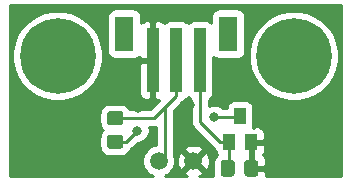
<source format=gbr>
%TF.GenerationSoftware,KiCad,Pcbnew,(5.1.8-0-10_14)*%
%TF.CreationDate,2021-03-11T12:17:28+11:00*%
%TF.ProjectId,Open-JIP(KiCad)_T3.6_OD,4f70656e-2d4a-4495-9028-4b6943616429,rev?*%
%TF.SameCoordinates,Original*%
%TF.FileFunction,Copper,L1,Top*%
%TF.FilePolarity,Positive*%
%FSLAX46Y46*%
G04 Gerber Fmt 4.6, Leading zero omitted, Abs format (unit mm)*
G04 Created by KiCad (PCBNEW (5.1.8-0-10_14)) date 2021-03-11 12:17:28*
%MOMM*%
%LPD*%
G01*
G04 APERTURE LIST*
%TA.AperFunction,ComponentPad*%
%ADD10C,6.400000*%
%TD*%
%TA.AperFunction,ComponentPad*%
%ADD11C,0.800000*%
%TD*%
%TA.AperFunction,SMDPad,CuDef*%
%ADD12R,1.600000X3.000000*%
%TD*%
%TA.AperFunction,SMDPad,CuDef*%
%ADD13R,1.000000X5.500000*%
%TD*%
%TA.AperFunction,SMDPad,CuDef*%
%ADD14C,1.500000*%
%TD*%
%TA.AperFunction,SMDPad,CuDef*%
%ADD15R,1.000000X1.400000*%
%TD*%
%TA.AperFunction,ViaPad*%
%ADD16C,0.800000*%
%TD*%
%TA.AperFunction,Conductor*%
%ADD17C,0.250000*%
%TD*%
%TA.AperFunction,Conductor*%
%ADD18C,0.254000*%
%TD*%
%TA.AperFunction,Conductor*%
%ADD19C,0.100000*%
%TD*%
G04 APERTURE END LIST*
D10*
%TO.P,REF\u002A\u002A,1*%
%TO.N,N/C*%
X65000000Y-119000000D03*
D11*
X67400000Y-119000000D03*
X66697056Y-120697056D03*
X65000000Y-121400000D03*
X63302944Y-120697056D03*
X62600000Y-119000000D03*
X63302944Y-117302944D03*
X65000000Y-116600000D03*
X66697056Y-117302944D03*
%TD*%
%TO.P,REF\u002A\u002A,1*%
%TO.N,N/C*%
X86697056Y-117302944D03*
X85000000Y-116600000D03*
X83302944Y-117302944D03*
X82600000Y-119000000D03*
X83302944Y-120697056D03*
X85000000Y-121400000D03*
X86697056Y-120697056D03*
X87400000Y-119000000D03*
D10*
X85000000Y-119000000D03*
%TD*%
D12*
%TO.P,J1,5*%
%TO.N,N/C*%
X70650000Y-117125000D03*
%TO.P,J1,4*%
X79450000Y-117125000D03*
D13*
%TO.P,J1,3*%
%TO.N,ODEmitter1*%
X77050000Y-119375000D03*
%TO.P,J1,2*%
%TO.N,+5VA*%
X75050000Y-119375000D03*
%TO.P,J1,1*%
%TO.N,GND1*%
X73050000Y-119375000D03*
%TD*%
D14*
%TO.P,5V,1*%
%TO.N,+5VA*%
X73550000Y-127900000D03*
%TD*%
%TO.P,GND,1*%
%TO.N,GND1*%
X76500000Y-127900000D03*
%TD*%
%TO.P,R4,2*%
%TO.N,+5VA*%
%TA.AperFunction,SMDPad,CuDef*%
G36*
G01*
X70325001Y-124875000D02*
X69424999Y-124875000D01*
G75*
G02*
X69175000Y-124625001I0J249999D01*
G01*
X69175000Y-123924999D01*
G75*
G02*
X69424999Y-123675000I249999J0D01*
G01*
X70325001Y-123675000D01*
G75*
G02*
X70575000Y-123924999I0J-249999D01*
G01*
X70575000Y-124625001D01*
G75*
G02*
X70325001Y-124875000I-249999J0D01*
G01*
G37*
%TD.AperFunction*%
%TO.P,R4,1*%
%TO.N,Net-(D1-Pad2)*%
%TA.AperFunction,SMDPad,CuDef*%
G36*
G01*
X70325001Y-126875000D02*
X69424999Y-126875000D01*
G75*
G02*
X69175000Y-126625001I0J249999D01*
G01*
X69175000Y-125924999D01*
G75*
G02*
X69424999Y-125675000I249999J0D01*
G01*
X70325001Y-125675000D01*
G75*
G02*
X70575000Y-125924999I0J-249999D01*
G01*
X70575000Y-126625001D01*
G75*
G02*
X70325001Y-126875000I-249999J0D01*
G01*
G37*
%TD.AperFunction*%
%TD*%
%TO.P,R1,2*%
%TO.N,ODEmitter1*%
%TA.AperFunction,SMDPad,CuDef*%
G36*
G01*
X80000000Y-128074999D02*
X80000000Y-128975001D01*
G75*
G02*
X79750001Y-129225000I-249999J0D01*
G01*
X79049999Y-129225000D01*
G75*
G02*
X78800000Y-128975001I0J249999D01*
G01*
X78800000Y-128074999D01*
G75*
G02*
X79049999Y-127825000I249999J0D01*
G01*
X79750001Y-127825000D01*
G75*
G02*
X80000000Y-128074999I0J-249999D01*
G01*
G37*
%TD.AperFunction*%
%TO.P,R1,1*%
%TO.N,GND1*%
%TA.AperFunction,SMDPad,CuDef*%
G36*
G01*
X82000000Y-128074999D02*
X82000000Y-128975001D01*
G75*
G02*
X81750001Y-129225000I-249999J0D01*
G01*
X81049999Y-129225000D01*
G75*
G02*
X80800000Y-128975001I0J249999D01*
G01*
X80800000Y-128074999D01*
G75*
G02*
X81049999Y-127825000I249999J0D01*
G01*
X81750001Y-127825000D01*
G75*
G02*
X82000000Y-128074999I0J-249999D01*
G01*
G37*
%TD.AperFunction*%
%TD*%
D15*
%TO.P,Q1,1*%
%TO.N,ODEmitter1*%
X79500000Y-126300000D03*
%TO.P,Q1,2*%
%TO.N,GND1*%
X81400000Y-126300000D03*
%TO.P,Q1,3*%
%TO.N,Net-(D1-Pad1)*%
X80450000Y-124100000D03*
%TD*%
D16*
%TO.N,GND1*%
X71800000Y-123400000D03*
X76200000Y-123200000D03*
%TO.N,Net-(D1-Pad2)*%
X71750000Y-125325000D03*
%TO.N,Net-(D1-Pad1)*%
X78225000Y-124175000D03*
%TD*%
D17*
%TO.N,+5VA*%
X73150000Y-124275000D02*
X69875000Y-124275000D01*
X75050000Y-119375000D02*
X75050000Y-122375000D01*
X74100000Y-127350000D02*
X73550000Y-127900000D01*
X75050000Y-122375000D02*
X74100000Y-123325000D01*
X74100000Y-123325000D02*
X74100000Y-127350000D01*
X74100000Y-123325000D02*
X73150000Y-124275000D01*
%TO.N,Net-(D1-Pad2)*%
X69875000Y-126275000D02*
X70800000Y-126275000D01*
X70800000Y-126275000D02*
X71750000Y-125325000D01*
%TO.N,Net-(D1-Pad1)*%
X80375000Y-124175000D02*
X80450000Y-124100000D01*
X78225000Y-124175000D02*
X80375000Y-124175000D01*
%TO.N,ODEmitter1*%
X79500000Y-128425000D02*
X79400000Y-128525000D01*
X79500000Y-126300000D02*
X79500000Y-128425000D01*
X77050000Y-124600000D02*
X77050000Y-119375000D01*
X78750000Y-126300000D02*
X77050000Y-124600000D01*
X79500000Y-126300000D02*
X78750000Y-126300000D01*
%TD*%
D18*
%TO.N,GND1*%
X88990001Y-129190000D02*
X82637812Y-129190000D01*
X82635000Y-128810750D01*
X82476250Y-128652000D01*
X81527000Y-128652000D01*
X81527000Y-128672000D01*
X81273000Y-128672000D01*
X81273000Y-128652000D01*
X81253000Y-128652000D01*
X81253000Y-128398000D01*
X81273000Y-128398000D01*
X81273000Y-126427000D01*
X81527000Y-126427000D01*
X81527000Y-128398000D01*
X82476250Y-128398000D01*
X82635000Y-128239250D01*
X82638072Y-127825000D01*
X82625812Y-127700518D01*
X82589502Y-127580820D01*
X82530537Y-127470506D01*
X82451185Y-127373815D01*
X82429372Y-127355914D01*
X82430537Y-127354494D01*
X82489502Y-127244180D01*
X82525812Y-127124482D01*
X82538072Y-127000000D01*
X82535000Y-126585750D01*
X82376250Y-126427000D01*
X81527000Y-126427000D01*
X81273000Y-126427000D01*
X81253000Y-126427000D01*
X81253000Y-126173000D01*
X81273000Y-126173000D01*
X81273000Y-126153000D01*
X81527000Y-126153000D01*
X81527000Y-126173000D01*
X82376250Y-126173000D01*
X82535000Y-126014250D01*
X82538072Y-125600000D01*
X82525812Y-125475518D01*
X82489502Y-125355820D01*
X82430537Y-125245506D01*
X82351185Y-125148815D01*
X82254494Y-125069463D01*
X82144180Y-125010498D01*
X82024482Y-124974188D01*
X81900000Y-124961928D01*
X81685750Y-124965000D01*
X81527002Y-125123748D01*
X81527002Y-125067565D01*
X81539502Y-125044180D01*
X81575812Y-124924482D01*
X81588072Y-124800000D01*
X81588072Y-123400000D01*
X81575812Y-123275518D01*
X81539502Y-123155820D01*
X81480537Y-123045506D01*
X81401185Y-122948815D01*
X81304494Y-122869463D01*
X81194180Y-122810498D01*
X81074482Y-122774188D01*
X80950000Y-122761928D01*
X79950000Y-122761928D01*
X79825518Y-122774188D01*
X79705820Y-122810498D01*
X79595506Y-122869463D01*
X79498815Y-122948815D01*
X79419463Y-123045506D01*
X79360498Y-123155820D01*
X79324188Y-123275518D01*
X79311928Y-123400000D01*
X79311928Y-123415000D01*
X78928711Y-123415000D01*
X78884774Y-123371063D01*
X78715256Y-123257795D01*
X78526898Y-123179774D01*
X78326939Y-123140000D01*
X78123061Y-123140000D01*
X77923102Y-123179774D01*
X77810000Y-123226623D01*
X77810000Y-122706046D01*
X77904494Y-122655537D01*
X78001185Y-122576185D01*
X78080537Y-122479494D01*
X78139502Y-122369180D01*
X78175812Y-122249482D01*
X78188072Y-122125000D01*
X78188072Y-119063095D01*
X78198815Y-119076185D01*
X78295506Y-119155537D01*
X78405820Y-119214502D01*
X78525518Y-119250812D01*
X78650000Y-119263072D01*
X80250000Y-119263072D01*
X80374482Y-119250812D01*
X80494180Y-119214502D01*
X80604494Y-119155537D01*
X80701185Y-119076185D01*
X80780537Y-118979494D01*
X80839502Y-118869180D01*
X80875812Y-118749482D01*
X80888072Y-118625000D01*
X80888072Y-118622285D01*
X81165000Y-118622285D01*
X81165000Y-119377715D01*
X81312377Y-120118628D01*
X81601467Y-120816554D01*
X82021161Y-121444670D01*
X82555330Y-121978839D01*
X83183446Y-122398533D01*
X83881372Y-122687623D01*
X84622285Y-122835000D01*
X85377715Y-122835000D01*
X86118628Y-122687623D01*
X86816554Y-122398533D01*
X87444670Y-121978839D01*
X87978839Y-121444670D01*
X88398533Y-120816554D01*
X88687623Y-120118628D01*
X88835000Y-119377715D01*
X88835000Y-118622285D01*
X88687623Y-117881372D01*
X88398533Y-117183446D01*
X87978839Y-116555330D01*
X87444670Y-116021161D01*
X86816554Y-115601467D01*
X86118628Y-115312377D01*
X85377715Y-115165000D01*
X84622285Y-115165000D01*
X83881372Y-115312377D01*
X83183446Y-115601467D01*
X82555330Y-116021161D01*
X82021161Y-116555330D01*
X81601467Y-117183446D01*
X81312377Y-117881372D01*
X81165000Y-118622285D01*
X80888072Y-118622285D01*
X80888072Y-115625000D01*
X80875812Y-115500518D01*
X80839502Y-115380820D01*
X80780537Y-115270506D01*
X80701185Y-115173815D01*
X80604494Y-115094463D01*
X80494180Y-115035498D01*
X80374482Y-114999188D01*
X80250000Y-114986928D01*
X78650000Y-114986928D01*
X78525518Y-114999188D01*
X78405820Y-115035498D01*
X78295506Y-115094463D01*
X78198815Y-115173815D01*
X78119463Y-115270506D01*
X78060498Y-115380820D01*
X78024188Y-115500518D01*
X78011928Y-115625000D01*
X78011928Y-116186905D01*
X78001185Y-116173815D01*
X77904494Y-116094463D01*
X77794180Y-116035498D01*
X77674482Y-115999188D01*
X77550000Y-115986928D01*
X76550000Y-115986928D01*
X76425518Y-115999188D01*
X76305820Y-116035498D01*
X76195506Y-116094463D01*
X76098815Y-116173815D01*
X76050000Y-116233296D01*
X76001185Y-116173815D01*
X75904494Y-116094463D01*
X75794180Y-116035498D01*
X75674482Y-115999188D01*
X75550000Y-115986928D01*
X74550000Y-115986928D01*
X74425518Y-115999188D01*
X74305820Y-116035498D01*
X74195506Y-116094463D01*
X74098815Y-116173815D01*
X74050000Y-116233296D01*
X74001185Y-116173815D01*
X73904494Y-116094463D01*
X73794180Y-116035498D01*
X73674482Y-115999188D01*
X73550000Y-115986928D01*
X73335750Y-115990000D01*
X73177000Y-116148750D01*
X73177000Y-119248000D01*
X73197000Y-119248000D01*
X73197000Y-119502000D01*
X73177000Y-119502000D01*
X73177000Y-122601250D01*
X73335750Y-122760000D01*
X73550000Y-122763072D01*
X73591183Y-122759016D01*
X73589002Y-122761196D01*
X73559999Y-122784999D01*
X73536202Y-122813996D01*
X72835199Y-123515000D01*
X71107976Y-123515000D01*
X71063405Y-123431613D01*
X70952962Y-123297038D01*
X70818387Y-123186595D01*
X70664851Y-123104528D01*
X70498255Y-123053992D01*
X70325001Y-123036928D01*
X69424999Y-123036928D01*
X69251745Y-123053992D01*
X69085149Y-123104528D01*
X68931613Y-123186595D01*
X68797038Y-123297038D01*
X68686595Y-123431613D01*
X68604528Y-123585149D01*
X68553992Y-123751745D01*
X68536928Y-123924999D01*
X68536928Y-124625001D01*
X68553992Y-124798255D01*
X68604528Y-124964851D01*
X68686595Y-125118387D01*
X68797038Y-125252962D01*
X68823891Y-125275000D01*
X68797038Y-125297038D01*
X68686595Y-125431613D01*
X68604528Y-125585149D01*
X68553992Y-125751745D01*
X68536928Y-125924999D01*
X68536928Y-126625001D01*
X68553992Y-126798255D01*
X68604528Y-126964851D01*
X68686595Y-127118387D01*
X68797038Y-127252962D01*
X68931613Y-127363405D01*
X69085149Y-127445472D01*
X69251745Y-127496008D01*
X69424999Y-127513072D01*
X70325001Y-127513072D01*
X70498255Y-127496008D01*
X70664851Y-127445472D01*
X70818387Y-127363405D01*
X70952962Y-127252962D01*
X71063405Y-127118387D01*
X71145472Y-126964851D01*
X71150090Y-126949628D01*
X71224276Y-126909974D01*
X71340001Y-126815001D01*
X71363804Y-126785998D01*
X71789801Y-126360000D01*
X71851939Y-126360000D01*
X72051898Y-126320226D01*
X72240256Y-126242205D01*
X72409774Y-126128937D01*
X72553937Y-125984774D01*
X72667205Y-125815256D01*
X72745226Y-125626898D01*
X72785000Y-125426939D01*
X72785000Y-125223061D01*
X72747593Y-125035000D01*
X73112678Y-125035000D01*
X73150000Y-125038676D01*
X73187322Y-125035000D01*
X73187333Y-125035000D01*
X73298986Y-125024003D01*
X73340000Y-125011562D01*
X73340001Y-126529638D01*
X73146011Y-126568225D01*
X72893957Y-126672629D01*
X72667114Y-126824201D01*
X72474201Y-127017114D01*
X72322629Y-127243957D01*
X72218225Y-127496011D01*
X72165000Y-127763589D01*
X72165000Y-128036411D01*
X72218225Y-128303989D01*
X72322629Y-128556043D01*
X72474201Y-128782886D01*
X72667114Y-128975799D01*
X72893957Y-129127371D01*
X73045157Y-129190000D01*
X60960000Y-129190000D01*
X60960000Y-118622285D01*
X61165000Y-118622285D01*
X61165000Y-119377715D01*
X61312377Y-120118628D01*
X61601467Y-120816554D01*
X62021161Y-121444670D01*
X62555330Y-121978839D01*
X63183446Y-122398533D01*
X63881372Y-122687623D01*
X64622285Y-122835000D01*
X65377715Y-122835000D01*
X66118628Y-122687623D01*
X66816554Y-122398533D01*
X67225924Y-122125000D01*
X71911928Y-122125000D01*
X71924188Y-122249482D01*
X71960498Y-122369180D01*
X72019463Y-122479494D01*
X72098815Y-122576185D01*
X72195506Y-122655537D01*
X72305820Y-122714502D01*
X72425518Y-122750812D01*
X72550000Y-122763072D01*
X72764250Y-122760000D01*
X72923000Y-122601250D01*
X72923000Y-119502000D01*
X72073750Y-119502000D01*
X71915000Y-119660750D01*
X71911928Y-122125000D01*
X67225924Y-122125000D01*
X67444670Y-121978839D01*
X67978839Y-121444670D01*
X68398533Y-120816554D01*
X68687623Y-120118628D01*
X68835000Y-119377715D01*
X68835000Y-118622285D01*
X68687623Y-117881372D01*
X68398533Y-117183446D01*
X67978839Y-116555330D01*
X67444670Y-116021161D01*
X66851774Y-115625000D01*
X69211928Y-115625000D01*
X69211928Y-118625000D01*
X69224188Y-118749482D01*
X69260498Y-118869180D01*
X69319463Y-118979494D01*
X69398815Y-119076185D01*
X69495506Y-119155537D01*
X69605820Y-119214502D01*
X69725518Y-119250812D01*
X69850000Y-119263072D01*
X71450000Y-119263072D01*
X71574482Y-119250812D01*
X71694180Y-119214502D01*
X71804494Y-119155537D01*
X71901185Y-119076185D01*
X71914963Y-119059397D01*
X71915000Y-119089250D01*
X72073750Y-119248000D01*
X72923000Y-119248000D01*
X72923000Y-116148750D01*
X72764250Y-115990000D01*
X72550000Y-115986928D01*
X72425518Y-115999188D01*
X72305820Y-116035498D01*
X72195506Y-116094463D01*
X72098815Y-116173815D01*
X72088072Y-116186905D01*
X72088072Y-115625000D01*
X72075812Y-115500518D01*
X72039502Y-115380820D01*
X71980537Y-115270506D01*
X71901185Y-115173815D01*
X71804494Y-115094463D01*
X71694180Y-115035498D01*
X71574482Y-114999188D01*
X71450000Y-114986928D01*
X69850000Y-114986928D01*
X69725518Y-114999188D01*
X69605820Y-115035498D01*
X69495506Y-115094463D01*
X69398815Y-115173815D01*
X69319463Y-115270506D01*
X69260498Y-115380820D01*
X69224188Y-115500518D01*
X69211928Y-115625000D01*
X66851774Y-115625000D01*
X66816554Y-115601467D01*
X66118628Y-115312377D01*
X65377715Y-115165000D01*
X64622285Y-115165000D01*
X63881372Y-115312377D01*
X63183446Y-115601467D01*
X62555330Y-116021161D01*
X62021161Y-116555330D01*
X61601467Y-117183446D01*
X61312377Y-117881372D01*
X61165000Y-118622285D01*
X60960000Y-118622285D01*
X60960000Y-114735000D01*
X88990000Y-114735000D01*
X88990001Y-129190000D01*
%TA.AperFunction,Conductor*%
D19*
G36*
X88990001Y-129190000D02*
G01*
X82637812Y-129190000D01*
X82635000Y-128810750D01*
X82476250Y-128652000D01*
X81527000Y-128652000D01*
X81527000Y-128672000D01*
X81273000Y-128672000D01*
X81273000Y-128652000D01*
X81253000Y-128652000D01*
X81253000Y-128398000D01*
X81273000Y-128398000D01*
X81273000Y-126427000D01*
X81527000Y-126427000D01*
X81527000Y-128398000D01*
X82476250Y-128398000D01*
X82635000Y-128239250D01*
X82638072Y-127825000D01*
X82625812Y-127700518D01*
X82589502Y-127580820D01*
X82530537Y-127470506D01*
X82451185Y-127373815D01*
X82429372Y-127355914D01*
X82430537Y-127354494D01*
X82489502Y-127244180D01*
X82525812Y-127124482D01*
X82538072Y-127000000D01*
X82535000Y-126585750D01*
X82376250Y-126427000D01*
X81527000Y-126427000D01*
X81273000Y-126427000D01*
X81253000Y-126427000D01*
X81253000Y-126173000D01*
X81273000Y-126173000D01*
X81273000Y-126153000D01*
X81527000Y-126153000D01*
X81527000Y-126173000D01*
X82376250Y-126173000D01*
X82535000Y-126014250D01*
X82538072Y-125600000D01*
X82525812Y-125475518D01*
X82489502Y-125355820D01*
X82430537Y-125245506D01*
X82351185Y-125148815D01*
X82254494Y-125069463D01*
X82144180Y-125010498D01*
X82024482Y-124974188D01*
X81900000Y-124961928D01*
X81685750Y-124965000D01*
X81527002Y-125123748D01*
X81527002Y-125067565D01*
X81539502Y-125044180D01*
X81575812Y-124924482D01*
X81588072Y-124800000D01*
X81588072Y-123400000D01*
X81575812Y-123275518D01*
X81539502Y-123155820D01*
X81480537Y-123045506D01*
X81401185Y-122948815D01*
X81304494Y-122869463D01*
X81194180Y-122810498D01*
X81074482Y-122774188D01*
X80950000Y-122761928D01*
X79950000Y-122761928D01*
X79825518Y-122774188D01*
X79705820Y-122810498D01*
X79595506Y-122869463D01*
X79498815Y-122948815D01*
X79419463Y-123045506D01*
X79360498Y-123155820D01*
X79324188Y-123275518D01*
X79311928Y-123400000D01*
X79311928Y-123415000D01*
X78928711Y-123415000D01*
X78884774Y-123371063D01*
X78715256Y-123257795D01*
X78526898Y-123179774D01*
X78326939Y-123140000D01*
X78123061Y-123140000D01*
X77923102Y-123179774D01*
X77810000Y-123226623D01*
X77810000Y-122706046D01*
X77904494Y-122655537D01*
X78001185Y-122576185D01*
X78080537Y-122479494D01*
X78139502Y-122369180D01*
X78175812Y-122249482D01*
X78188072Y-122125000D01*
X78188072Y-119063095D01*
X78198815Y-119076185D01*
X78295506Y-119155537D01*
X78405820Y-119214502D01*
X78525518Y-119250812D01*
X78650000Y-119263072D01*
X80250000Y-119263072D01*
X80374482Y-119250812D01*
X80494180Y-119214502D01*
X80604494Y-119155537D01*
X80701185Y-119076185D01*
X80780537Y-118979494D01*
X80839502Y-118869180D01*
X80875812Y-118749482D01*
X80888072Y-118625000D01*
X80888072Y-118622285D01*
X81165000Y-118622285D01*
X81165000Y-119377715D01*
X81312377Y-120118628D01*
X81601467Y-120816554D01*
X82021161Y-121444670D01*
X82555330Y-121978839D01*
X83183446Y-122398533D01*
X83881372Y-122687623D01*
X84622285Y-122835000D01*
X85377715Y-122835000D01*
X86118628Y-122687623D01*
X86816554Y-122398533D01*
X87444670Y-121978839D01*
X87978839Y-121444670D01*
X88398533Y-120816554D01*
X88687623Y-120118628D01*
X88835000Y-119377715D01*
X88835000Y-118622285D01*
X88687623Y-117881372D01*
X88398533Y-117183446D01*
X87978839Y-116555330D01*
X87444670Y-116021161D01*
X86816554Y-115601467D01*
X86118628Y-115312377D01*
X85377715Y-115165000D01*
X84622285Y-115165000D01*
X83881372Y-115312377D01*
X83183446Y-115601467D01*
X82555330Y-116021161D01*
X82021161Y-116555330D01*
X81601467Y-117183446D01*
X81312377Y-117881372D01*
X81165000Y-118622285D01*
X80888072Y-118622285D01*
X80888072Y-115625000D01*
X80875812Y-115500518D01*
X80839502Y-115380820D01*
X80780537Y-115270506D01*
X80701185Y-115173815D01*
X80604494Y-115094463D01*
X80494180Y-115035498D01*
X80374482Y-114999188D01*
X80250000Y-114986928D01*
X78650000Y-114986928D01*
X78525518Y-114999188D01*
X78405820Y-115035498D01*
X78295506Y-115094463D01*
X78198815Y-115173815D01*
X78119463Y-115270506D01*
X78060498Y-115380820D01*
X78024188Y-115500518D01*
X78011928Y-115625000D01*
X78011928Y-116186905D01*
X78001185Y-116173815D01*
X77904494Y-116094463D01*
X77794180Y-116035498D01*
X77674482Y-115999188D01*
X77550000Y-115986928D01*
X76550000Y-115986928D01*
X76425518Y-115999188D01*
X76305820Y-116035498D01*
X76195506Y-116094463D01*
X76098815Y-116173815D01*
X76050000Y-116233296D01*
X76001185Y-116173815D01*
X75904494Y-116094463D01*
X75794180Y-116035498D01*
X75674482Y-115999188D01*
X75550000Y-115986928D01*
X74550000Y-115986928D01*
X74425518Y-115999188D01*
X74305820Y-116035498D01*
X74195506Y-116094463D01*
X74098815Y-116173815D01*
X74050000Y-116233296D01*
X74001185Y-116173815D01*
X73904494Y-116094463D01*
X73794180Y-116035498D01*
X73674482Y-115999188D01*
X73550000Y-115986928D01*
X73335750Y-115990000D01*
X73177000Y-116148750D01*
X73177000Y-119248000D01*
X73197000Y-119248000D01*
X73197000Y-119502000D01*
X73177000Y-119502000D01*
X73177000Y-122601250D01*
X73335750Y-122760000D01*
X73550000Y-122763072D01*
X73591183Y-122759016D01*
X73589002Y-122761196D01*
X73559999Y-122784999D01*
X73536202Y-122813996D01*
X72835199Y-123515000D01*
X71107976Y-123515000D01*
X71063405Y-123431613D01*
X70952962Y-123297038D01*
X70818387Y-123186595D01*
X70664851Y-123104528D01*
X70498255Y-123053992D01*
X70325001Y-123036928D01*
X69424999Y-123036928D01*
X69251745Y-123053992D01*
X69085149Y-123104528D01*
X68931613Y-123186595D01*
X68797038Y-123297038D01*
X68686595Y-123431613D01*
X68604528Y-123585149D01*
X68553992Y-123751745D01*
X68536928Y-123924999D01*
X68536928Y-124625001D01*
X68553992Y-124798255D01*
X68604528Y-124964851D01*
X68686595Y-125118387D01*
X68797038Y-125252962D01*
X68823891Y-125275000D01*
X68797038Y-125297038D01*
X68686595Y-125431613D01*
X68604528Y-125585149D01*
X68553992Y-125751745D01*
X68536928Y-125924999D01*
X68536928Y-126625001D01*
X68553992Y-126798255D01*
X68604528Y-126964851D01*
X68686595Y-127118387D01*
X68797038Y-127252962D01*
X68931613Y-127363405D01*
X69085149Y-127445472D01*
X69251745Y-127496008D01*
X69424999Y-127513072D01*
X70325001Y-127513072D01*
X70498255Y-127496008D01*
X70664851Y-127445472D01*
X70818387Y-127363405D01*
X70952962Y-127252962D01*
X71063405Y-127118387D01*
X71145472Y-126964851D01*
X71150090Y-126949628D01*
X71224276Y-126909974D01*
X71340001Y-126815001D01*
X71363804Y-126785998D01*
X71789801Y-126360000D01*
X71851939Y-126360000D01*
X72051898Y-126320226D01*
X72240256Y-126242205D01*
X72409774Y-126128937D01*
X72553937Y-125984774D01*
X72667205Y-125815256D01*
X72745226Y-125626898D01*
X72785000Y-125426939D01*
X72785000Y-125223061D01*
X72747593Y-125035000D01*
X73112678Y-125035000D01*
X73150000Y-125038676D01*
X73187322Y-125035000D01*
X73187333Y-125035000D01*
X73298986Y-125024003D01*
X73340000Y-125011562D01*
X73340001Y-126529638D01*
X73146011Y-126568225D01*
X72893957Y-126672629D01*
X72667114Y-126824201D01*
X72474201Y-127017114D01*
X72322629Y-127243957D01*
X72218225Y-127496011D01*
X72165000Y-127763589D01*
X72165000Y-128036411D01*
X72218225Y-128303989D01*
X72322629Y-128556043D01*
X72474201Y-128782886D01*
X72667114Y-128975799D01*
X72893957Y-129127371D01*
X73045157Y-129190000D01*
X60960000Y-129190000D01*
X60960000Y-118622285D01*
X61165000Y-118622285D01*
X61165000Y-119377715D01*
X61312377Y-120118628D01*
X61601467Y-120816554D01*
X62021161Y-121444670D01*
X62555330Y-121978839D01*
X63183446Y-122398533D01*
X63881372Y-122687623D01*
X64622285Y-122835000D01*
X65377715Y-122835000D01*
X66118628Y-122687623D01*
X66816554Y-122398533D01*
X67225924Y-122125000D01*
X71911928Y-122125000D01*
X71924188Y-122249482D01*
X71960498Y-122369180D01*
X72019463Y-122479494D01*
X72098815Y-122576185D01*
X72195506Y-122655537D01*
X72305820Y-122714502D01*
X72425518Y-122750812D01*
X72550000Y-122763072D01*
X72764250Y-122760000D01*
X72923000Y-122601250D01*
X72923000Y-119502000D01*
X72073750Y-119502000D01*
X71915000Y-119660750D01*
X71911928Y-122125000D01*
X67225924Y-122125000D01*
X67444670Y-121978839D01*
X67978839Y-121444670D01*
X68398533Y-120816554D01*
X68687623Y-120118628D01*
X68835000Y-119377715D01*
X68835000Y-118622285D01*
X68687623Y-117881372D01*
X68398533Y-117183446D01*
X67978839Y-116555330D01*
X67444670Y-116021161D01*
X66851774Y-115625000D01*
X69211928Y-115625000D01*
X69211928Y-118625000D01*
X69224188Y-118749482D01*
X69260498Y-118869180D01*
X69319463Y-118979494D01*
X69398815Y-119076185D01*
X69495506Y-119155537D01*
X69605820Y-119214502D01*
X69725518Y-119250812D01*
X69850000Y-119263072D01*
X71450000Y-119263072D01*
X71574482Y-119250812D01*
X71694180Y-119214502D01*
X71804494Y-119155537D01*
X71901185Y-119076185D01*
X71914963Y-119059397D01*
X71915000Y-119089250D01*
X72073750Y-119248000D01*
X72923000Y-119248000D01*
X72923000Y-116148750D01*
X72764250Y-115990000D01*
X72550000Y-115986928D01*
X72425518Y-115999188D01*
X72305820Y-116035498D01*
X72195506Y-116094463D01*
X72098815Y-116173815D01*
X72088072Y-116186905D01*
X72088072Y-115625000D01*
X72075812Y-115500518D01*
X72039502Y-115380820D01*
X71980537Y-115270506D01*
X71901185Y-115173815D01*
X71804494Y-115094463D01*
X71694180Y-115035498D01*
X71574482Y-114999188D01*
X71450000Y-114986928D01*
X69850000Y-114986928D01*
X69725518Y-114999188D01*
X69605820Y-115035498D01*
X69495506Y-115094463D01*
X69398815Y-115173815D01*
X69319463Y-115270506D01*
X69260498Y-115380820D01*
X69224188Y-115500518D01*
X69211928Y-115625000D01*
X66851774Y-115625000D01*
X66816554Y-115601467D01*
X66118628Y-115312377D01*
X65377715Y-115165000D01*
X64622285Y-115165000D01*
X63881372Y-115312377D01*
X63183446Y-115601467D01*
X62555330Y-116021161D01*
X62021161Y-116555330D01*
X61601467Y-117183446D01*
X61312377Y-117881372D01*
X61165000Y-118622285D01*
X60960000Y-118622285D01*
X60960000Y-114735000D01*
X88990000Y-114735000D01*
X88990001Y-129190000D01*
G37*
%TD.AperFunction*%
D18*
X76098815Y-122576185D02*
X76195506Y-122655537D01*
X76290000Y-122706046D01*
X76290000Y-124562677D01*
X76286324Y-124600000D01*
X76290000Y-124637322D01*
X76290000Y-124637332D01*
X76300997Y-124748985D01*
X76340905Y-124880546D01*
X76344454Y-124892246D01*
X76415026Y-125024276D01*
X76426844Y-125038676D01*
X76509999Y-125140001D01*
X76539003Y-125163804D01*
X78186201Y-126811003D01*
X78209999Y-126840001D01*
X78238997Y-126863799D01*
X78325723Y-126934974D01*
X78340752Y-126943007D01*
X78361928Y-126954326D01*
X78361928Y-127000000D01*
X78374188Y-127124482D01*
X78410498Y-127244180D01*
X78469463Y-127354494D01*
X78495759Y-127386536D01*
X78422038Y-127447038D01*
X78311595Y-127581613D01*
X78229528Y-127735149D01*
X78178992Y-127901745D01*
X78161928Y-128074999D01*
X78161928Y-128975001D01*
X78178992Y-129148255D01*
X78191655Y-129190000D01*
X77005475Y-129190000D01*
X77098832Y-129156277D01*
X77211863Y-129095860D01*
X77277388Y-128856993D01*
X76500000Y-128079605D01*
X75722612Y-128856993D01*
X75788137Y-129095860D01*
X75988746Y-129190000D01*
X74054843Y-129190000D01*
X74206043Y-129127371D01*
X74432886Y-128975799D01*
X74625799Y-128782886D01*
X74777371Y-128556043D01*
X74881775Y-128303989D01*
X74935000Y-128036411D01*
X74935000Y-127972492D01*
X75110188Y-127972492D01*
X75151035Y-128242238D01*
X75243723Y-128498832D01*
X75304140Y-128611863D01*
X75543007Y-128677388D01*
X76320395Y-127900000D01*
X76679605Y-127900000D01*
X77456993Y-128677388D01*
X77695860Y-128611863D01*
X77811760Y-128364884D01*
X77877250Y-128100040D01*
X77889812Y-127827508D01*
X77848965Y-127557762D01*
X77756277Y-127301168D01*
X77695860Y-127188137D01*
X77456993Y-127122612D01*
X76679605Y-127900000D01*
X76320395Y-127900000D01*
X75543007Y-127122612D01*
X75304140Y-127188137D01*
X75188240Y-127435116D01*
X75122750Y-127699960D01*
X75110188Y-127972492D01*
X74935000Y-127972492D01*
X74935000Y-127763589D01*
X74881775Y-127496011D01*
X74855535Y-127432663D01*
X74860000Y-127387333D01*
X74860000Y-127387324D01*
X74863676Y-127350001D01*
X74860000Y-127312678D01*
X74860000Y-126943007D01*
X75722612Y-126943007D01*
X76500000Y-127720395D01*
X77277388Y-126943007D01*
X77211863Y-126704140D01*
X76964884Y-126588240D01*
X76700040Y-126522750D01*
X76427508Y-126510188D01*
X76157762Y-126551035D01*
X75901168Y-126643723D01*
X75788137Y-126704140D01*
X75722612Y-126943007D01*
X74860000Y-126943007D01*
X74860000Y-123639801D01*
X75561003Y-122938799D01*
X75590001Y-122915001D01*
X75627373Y-122869463D01*
X75684974Y-122799277D01*
X75717923Y-122737634D01*
X75794180Y-122714502D01*
X75904494Y-122655537D01*
X76001185Y-122576185D01*
X76050000Y-122516704D01*
X76098815Y-122576185D01*
%TA.AperFunction,Conductor*%
D19*
G36*
X76098815Y-122576185D02*
G01*
X76195506Y-122655537D01*
X76290000Y-122706046D01*
X76290000Y-124562677D01*
X76286324Y-124600000D01*
X76290000Y-124637322D01*
X76290000Y-124637332D01*
X76300997Y-124748985D01*
X76340905Y-124880546D01*
X76344454Y-124892246D01*
X76415026Y-125024276D01*
X76426844Y-125038676D01*
X76509999Y-125140001D01*
X76539003Y-125163804D01*
X78186201Y-126811003D01*
X78209999Y-126840001D01*
X78238997Y-126863799D01*
X78325723Y-126934974D01*
X78340752Y-126943007D01*
X78361928Y-126954326D01*
X78361928Y-127000000D01*
X78374188Y-127124482D01*
X78410498Y-127244180D01*
X78469463Y-127354494D01*
X78495759Y-127386536D01*
X78422038Y-127447038D01*
X78311595Y-127581613D01*
X78229528Y-127735149D01*
X78178992Y-127901745D01*
X78161928Y-128074999D01*
X78161928Y-128975001D01*
X78178992Y-129148255D01*
X78191655Y-129190000D01*
X77005475Y-129190000D01*
X77098832Y-129156277D01*
X77211863Y-129095860D01*
X77277388Y-128856993D01*
X76500000Y-128079605D01*
X75722612Y-128856993D01*
X75788137Y-129095860D01*
X75988746Y-129190000D01*
X74054843Y-129190000D01*
X74206043Y-129127371D01*
X74432886Y-128975799D01*
X74625799Y-128782886D01*
X74777371Y-128556043D01*
X74881775Y-128303989D01*
X74935000Y-128036411D01*
X74935000Y-127972492D01*
X75110188Y-127972492D01*
X75151035Y-128242238D01*
X75243723Y-128498832D01*
X75304140Y-128611863D01*
X75543007Y-128677388D01*
X76320395Y-127900000D01*
X76679605Y-127900000D01*
X77456993Y-128677388D01*
X77695860Y-128611863D01*
X77811760Y-128364884D01*
X77877250Y-128100040D01*
X77889812Y-127827508D01*
X77848965Y-127557762D01*
X77756277Y-127301168D01*
X77695860Y-127188137D01*
X77456993Y-127122612D01*
X76679605Y-127900000D01*
X76320395Y-127900000D01*
X75543007Y-127122612D01*
X75304140Y-127188137D01*
X75188240Y-127435116D01*
X75122750Y-127699960D01*
X75110188Y-127972492D01*
X74935000Y-127972492D01*
X74935000Y-127763589D01*
X74881775Y-127496011D01*
X74855535Y-127432663D01*
X74860000Y-127387333D01*
X74860000Y-127387324D01*
X74863676Y-127350001D01*
X74860000Y-127312678D01*
X74860000Y-126943007D01*
X75722612Y-126943007D01*
X76500000Y-127720395D01*
X77277388Y-126943007D01*
X77211863Y-126704140D01*
X76964884Y-126588240D01*
X76700040Y-126522750D01*
X76427508Y-126510188D01*
X76157762Y-126551035D01*
X75901168Y-126643723D01*
X75788137Y-126704140D01*
X75722612Y-126943007D01*
X74860000Y-126943007D01*
X74860000Y-123639801D01*
X75561003Y-122938799D01*
X75590001Y-122915001D01*
X75627373Y-122869463D01*
X75684974Y-122799277D01*
X75717923Y-122737634D01*
X75794180Y-122714502D01*
X75904494Y-122655537D01*
X76001185Y-122576185D01*
X76050000Y-122516704D01*
X76098815Y-122576185D01*
G37*
%TD.AperFunction*%
%TD*%
M02*

</source>
